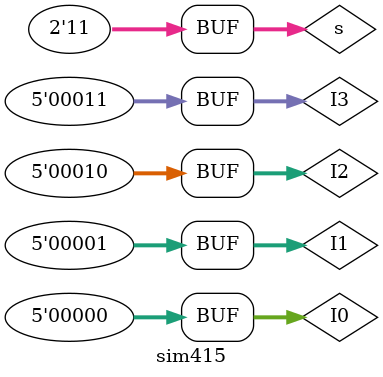
<source format=v>
`timescale 1ns / 1ps


module sim415();
    reg   [4:0]  I0 = 0 ;
    reg   [4:0]  I1 = 0 ;
    reg   [4:0]  I2 = 0 ;
    reg   [4:0]  I3 = 0 ;
    reg   [1:0]  s  = 0 ;
    wire  [4:0]  o;
    initial
    begin
    I0 = 5'h0;I1 = 5'h1;
    I2 = 5'h2;I3 = 5'h3;
    s  = 0;#50;s  = 1;#50;
    s  = 2;#50;s  = 3;#50;
    end
    mux415  u_mux818 (I0,I1,I2,I3,s,o);
endmodule

</source>
